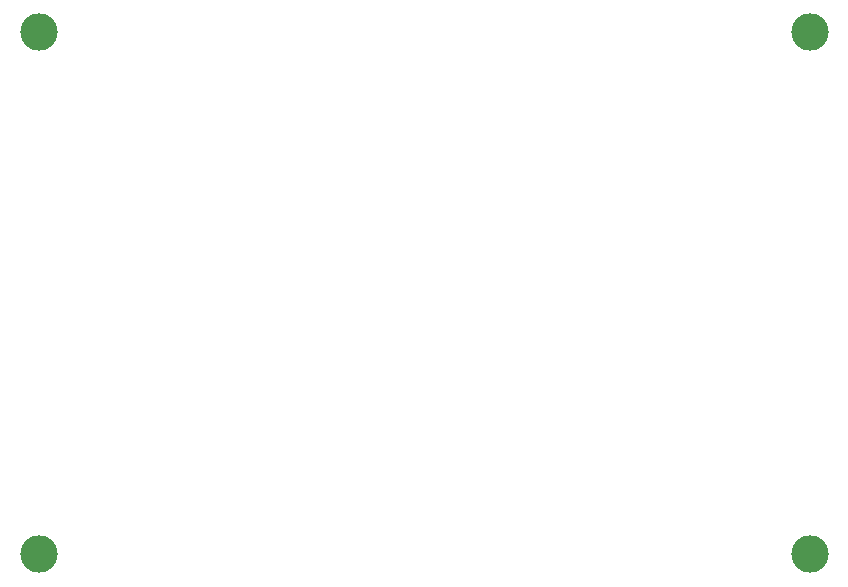
<source format=gbr>
%TF.GenerationSoftware,Altium Limited,Altium Designer,21.0.9 (235)*%
G04 Layer_Color=0*
%FSLAX45Y45*%
%MOMM*%
%TF.SameCoordinates,CD0AAE9F-0E9C-42BF-811C-419C72380B22*%
%TF.FilePolarity,Positive*%
%TF.FileFunction,NonPlated,1,2,NPTH,Drill*%
%TF.Part,Single*%
G01*
G75*
%TA.AperFunction,OtherDrill,Pad Free-3 (2.306mm,46.583mm)*%
%ADD57C,3.17500*%
%TA.AperFunction,OtherDrill,Pad Free-3 (2.306mm,2.38mm)*%
%ADD58C,3.17500*%
%TA.AperFunction,OtherDrill,Pad Free-3 (67.559mm,2.38mm)*%
%ADD59C,3.17500*%
%TA.AperFunction,OtherDrill,Pad Free-3 (67.559mm,46.583mm)*%
%ADD60C,3.17500*%
D57*
X230614Y4658253D02*
D03*
D58*
Y238025D02*
D03*
D59*
X6755874D02*
D03*
D60*
Y4658253D02*
D03*
%TF.MD5,501ad8e1245c3d9080bb8256cd0d13b2*%
M02*

</source>
